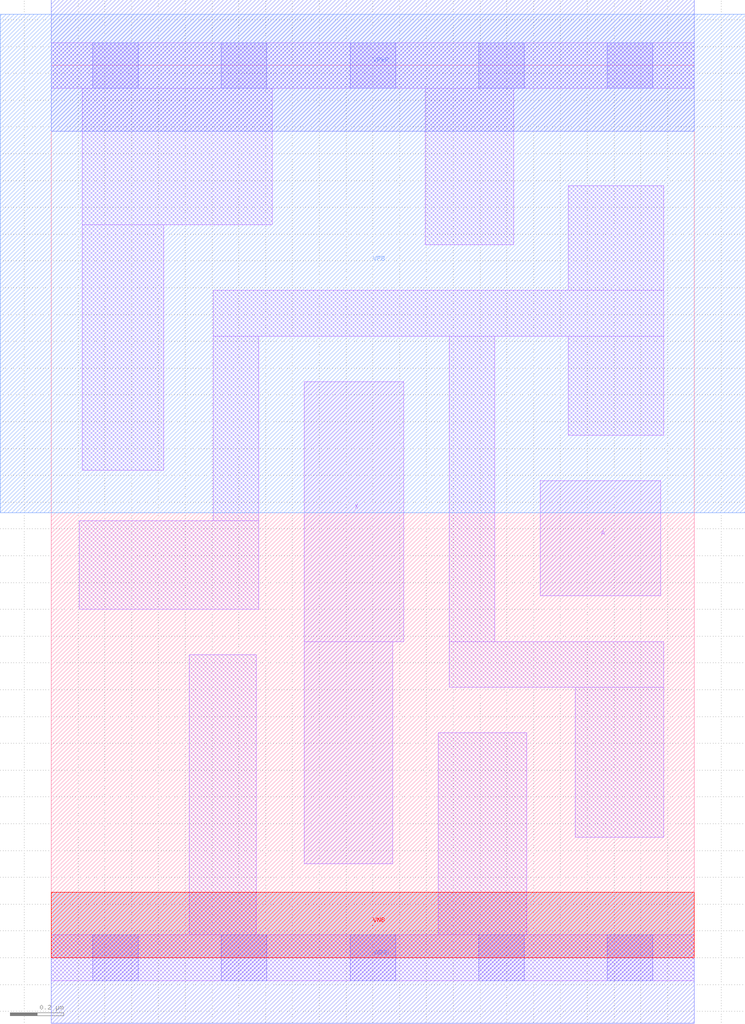
<source format=lef>
# Copyright 2020 The SkyWater PDK Authors
#
# Licensed under the Apache License, Version 2.0 (the "License");
# you may not use this file except in compliance with the License.
# You may obtain a copy of the License at
#
#     https://www.apache.org/licenses/LICENSE-2.0
#
# Unless required by applicable law or agreed to in writing, software
# distributed under the License is distributed on an "AS IS" BASIS,
# WITHOUT WARRANTIES OR CONDITIONS OF ANY KIND, either express or implied.
# See the License for the specific language governing permissions and
# limitations under the License.
#
# SPDX-License-Identifier: Apache-2.0

VERSION 5.7 ;
  NOWIREEXTENSIONATPIN ON ;
  DIVIDERCHAR "/" ;
  BUSBITCHARS "[]" ;
MACRO sky130_fd_sc_hs__buf_2
  CLASS CORE ;
  FOREIGN sky130_fd_sc_hs__buf_2 ;
  ORIGIN  0.000000  0.000000 ;
  SIZE  2.400000 BY  3.330000 ;
  SYMMETRY X Y ;
  SITE unit ;
  PIN A
    ANTENNAGATEAREA  0.246000 ;
    DIRECTION INPUT ;
    USE SIGNAL ;
    PORT
      LAYER li1 ;
        RECT 1.825000 1.350000 2.275000 1.780000 ;
    END
  END A
  PIN X
    ANTENNADIFFAREA  0.543200 ;
    DIRECTION OUTPUT ;
    USE SIGNAL ;
    PORT
      LAYER li1 ;
        RECT 0.945000 0.350000 1.275000 1.180000 ;
        RECT 0.945000 1.180000 1.315000 2.150000 ;
    END
  END X
  PIN VGND
    DIRECTION INOUT ;
    USE GROUND ;
    PORT
      LAYER met1 ;
        RECT 0.000000 -0.245000 2.400000 0.245000 ;
    END
  END VGND
  PIN VNB
    DIRECTION INOUT ;
    USE GROUND ;
    PORT
      LAYER pwell ;
        RECT 0.000000 0.000000 2.400000 0.245000 ;
    END
  END VNB
  PIN VPB
    DIRECTION INOUT ;
    USE POWER ;
    PORT
      LAYER nwell ;
        RECT -0.190000 1.660000 2.590000 3.520000 ;
    END
  END VPB
  PIN VPWR
    DIRECTION INOUT ;
    USE POWER ;
    PORT
      LAYER met1 ;
        RECT 0.000000 3.085000 2.400000 3.575000 ;
    END
  END VPWR
  OBS
    LAYER li1 ;
      RECT 0.000000 -0.085000 2.400000 0.085000 ;
      RECT 0.000000  3.245000 2.400000 3.415000 ;
      RECT 0.105000  1.300000 0.775000 1.630000 ;
      RECT 0.115000  1.820000 0.420000 2.735000 ;
      RECT 0.115000  2.735000 0.825000 3.245000 ;
      RECT 0.515000  0.085000 0.765000 1.130000 ;
      RECT 0.605000  1.630000 0.775000 2.320000 ;
      RECT 0.605000  2.320000 2.285000 2.490000 ;
      RECT 1.395000  2.660000 1.725000 3.245000 ;
      RECT 1.445000  0.085000 1.775000 0.840000 ;
      RECT 1.485000  1.010000 2.285000 1.180000 ;
      RECT 1.485000  1.180000 1.655000 2.320000 ;
      RECT 1.930000  1.950000 2.285000 2.320000 ;
      RECT 1.930000  2.490000 2.285000 2.880000 ;
      RECT 1.955000  0.450000 2.285000 1.010000 ;
    LAYER mcon ;
      RECT 0.155000 -0.085000 0.325000 0.085000 ;
      RECT 0.155000  3.245000 0.325000 3.415000 ;
      RECT 0.635000 -0.085000 0.805000 0.085000 ;
      RECT 0.635000  3.245000 0.805000 3.415000 ;
      RECT 1.115000 -0.085000 1.285000 0.085000 ;
      RECT 1.115000  3.245000 1.285000 3.415000 ;
      RECT 1.595000 -0.085000 1.765000 0.085000 ;
      RECT 1.595000  3.245000 1.765000 3.415000 ;
      RECT 2.075000 -0.085000 2.245000 0.085000 ;
      RECT 2.075000  3.245000 2.245000 3.415000 ;
  END
END sky130_fd_sc_hs__buf_2
END LIBRARY

</source>
